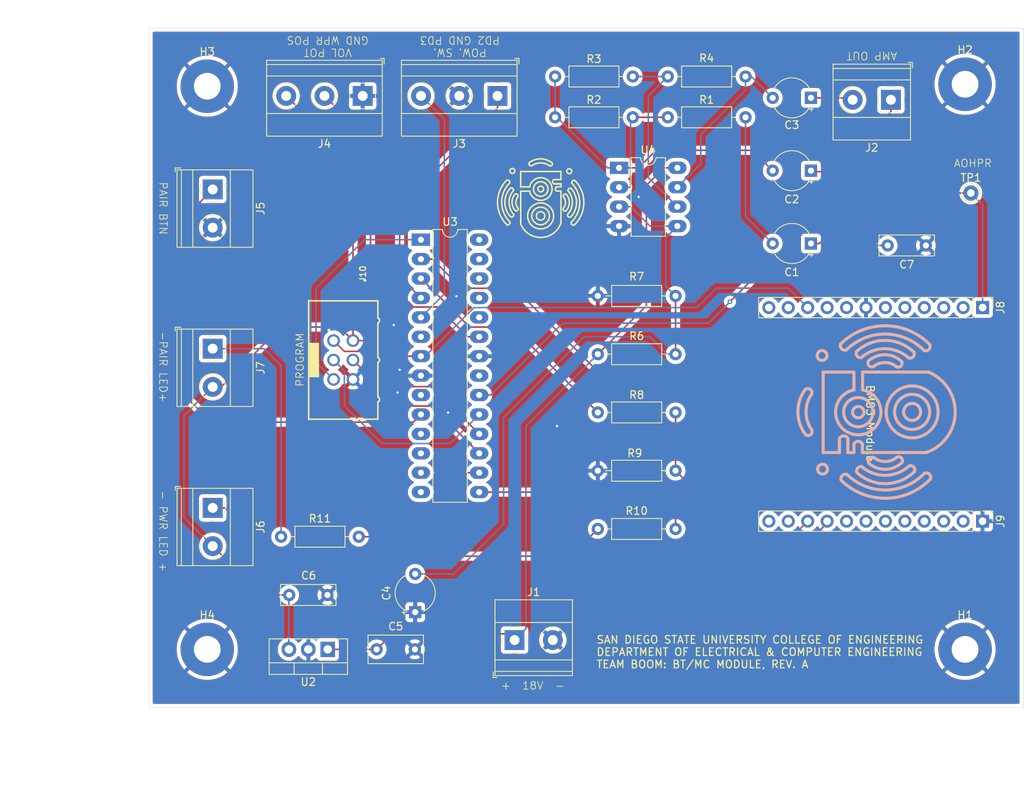
<source format=kicad_pcb>
(kicad_pcb (version 20240108) (generator "pcbnew") (generator_version "8.0")
  (layers (0 "F.Cu" signal) (31 "B.Cu" signal) (34 "B.Paste" user) (35 "F.Paste" user) (36 "B.SilkS" user "B.Silkscreen") (37 "F.SilkS" user "F.Silkscreen") (38 "B.Mask" user) (39 "F.Mask" user) (44 "Edge.Cuts" user))
  (net 0 "")
  (net 1 "Net-(C1-Pad2)")
  (net 2 "AOHPR")
  (net 3 "Net-(J2-Pin_1)")
  (net 4 "Net-(C2-Pad2)")
  (net 5 "Net-(C3-Pad2)")
  (net 6 "Net-(J2-Pin_2)")
  (net 7 "GND")
  (net 8 "8V")
  (net 9 "18V")
  (net 10 "5V")
  (net 11 "Net-(U3-AVCC)")
  (net 12 "Net-(J3-Pin_1)")
  (net 13 "Net-(J3-Pin_3)")
  (net 14 "Net-(J4-Pin_2)")
  (net 15 "Net-(J5-Pin_1)")
  (net 16 "Net-(J6-Pin_1)")
  (net 17 "Net-(J7-Pin_1)")
  (net 18 "/AIR")
  (net 21 "AOHPM")
  (net 22 "/P3_2")
  (net 24 "/SYS_PWR")
  (net 26 "/AIL")
  (net 28 "/RST_IN")
  (net 29 "/P3_4{slash}UART_RTS")
  (net 30 "BM83 Rx")
  (net 32 "BM83 Tx")
  (net 34 "/P2_7")
  (net 37 "/P0_5")
  (net 38 "Net-(U4A--)")
  (net 39 "Net-(U4B--)")
  (net 40 "Net-(U3-PB1)")
  (net 41 "Net-(U3-PB2)")
  (net 44 "Atmega TX")
  (net 46 "{slash}RESET")
  (net 48 "MISO")
  (net 49 "SCK")
  (net 56 "MOSI")
  (footprint "Capacitor_THT:C_Rect_L7.0mm_W2.5mm_P5.00mm" (layer "F.Cu") (at 152.36 91.948 180)
    (property "Reference" "C7" (at 2.5 -2.5 0) (layer "F.SilkS"))
    (property "Value" "0.1uF")
    (pad "1" thru_hole circle (at 0 0 180) (size 1.6 1.6) (drill 0.8) (layers "*.Cu" "*.Mask") (net 7 "GND"))
    (pad "2" thru_hole circle (at 5 0 180) (size 1.6 1.6) (drill 0.8) (layers "*.Cu" "*.Mask") (net 11 "Net-(U3-AVCC)"))
  )
  (footprint "MountingHole:MountingHole_3.5mm_Pad" (layer "F.Cu") (at 157.48 70.866)
    (property "Reference" "H2" (at 0 -4.5 0) (layer "F.SilkS"))
    (property "Value" "MountingHole_Pad")
    (pad "1" thru_hole circle (at 0 0) (size 7 7) (drill 3.5) (layers "*.Cu" "*.Mask") (net 7 "GND"))
  )
  (footprint "TerminalBlock_Phoenix:TerminalBlock_Phoenix_MKDS-1,5-3_1x03_P5.00mm_Horizontal" (layer "F.Cu") (at 96.36 72.39 180)
    (property "Reference" "J3" (at 5 -6.26 0) (layer "F.SilkS"))
    (property "Value" "PWR SW")
    (pad "1" thru_hole rect (at 0 0 180) (size 2.6 2.6) (drill 1.3) (layers "*.Cu" "*.Mask") (net 12 "Net-(J3-Pin_1)"))
    (pad "2" thru_hole circle (at 5 0 180) (size 2.6 2.6) (drill 1.3) (layers "*.Cu" "*.Mask") (net 7 "GND"))
    (pad "3" thru_hole circle (at 10 0 180) (size 2.6 2.6) (drill 1.3) (layers "*.Cu" "*.Mask") (net 13 "Net-(J3-Pin_3)"))
  )
  (footprint "TerminalBlock_Phoenix:TerminalBlock_Phoenix_MKDS-1,5-2_1x02_P5.00mm_Horizontal" (layer "F.Cu") (at 98.592 143.561)
    (property "Reference" "J1" (at 2.5 -6.26 0) (layer "F.SilkS"))
    (property "Value" "18V")
    (pad "1" thru_hole rect (at 0 0) (size 2.6 2.6) (drill 1.3) (layers "*.Cu" "*.Mask") (net 9 "18V"))
    (pad "2" thru_hole circle (at 5 0) (size 2.6 2.6) (drill 1.3) (layers "*.Cu" "*.Mask") (net 7 "GND"))
  )
  (footprint "Capacitor_THT:CP_Radial_Tantal_D5.0mm_P5.00mm" (layer "F.Cu") (at 137.334 72.644 180)
    (property "Reference" "C3" (at 2.5 -3.556 0) (layer "F.SilkS"))
    (property "Value" "10uF")
    (pad "1" thru_hole rect (at 0 0 180) (size 1.6 1.6) (drill 0.8) (layers "*.Cu" "*.Mask") (net 6 "Net-(J2-Pin_2)"))
    (pad "2" thru_hole circle (at 5 0 180) (size 1.6 1.6) (drill 0.8) (layers "*.Cu" "*.Mask") (net 5 "Net-(C3-Pad2)"))
  )
  (footprint "Resistor_THT:R_Axial_DIN0207_L6.3mm_D2.5mm_P10.16mm_Horizontal" (layer "F.Cu") (at 119.634 121.412 180)
    (property "Reference" "R9" (at 5.334 2.286 0) (layer "F.SilkS"))
    (property "Value" "1.96k")
    (pad "1" thru_hole circle (at 0 0 180) (size 1.6 1.6) (drill 0.8) (layers "*.Cu" "*.Mask") (net 30 "BM83 Rx"))
    (pad "2" thru_hole oval (at 10.16 0 180) (size 1.6 1.6) (drill 0.8) (layers "*.Cu" "*.Mask") (net 7 "GND"))
  )
  (footprint "Capacitor_THT:CP_Radial_Tantal_D5.0mm_P5.00mm" (layer "F.Cu") (at 137.334 91.694 180)
    (property "Reference" "C1" (at 2.5 -3.75 0) (layer "F.SilkS"))
    (property "Value" "10uF")
    (pad "1" thru_hole rect (at 0 0 180) (size 1.6 1.6) (drill 0.8) (layers "*.Cu" "*.Mask") (net 2 "AOHPR"))
    (pad "2" thru_hole circle (at 5 0 180) (size 1.6 1.6) (drill 0.8) (layers "*.Cu" "*.Mask") (net 1 "Net-(C1-Pad2)"))
  )
  (footprint "Resistor_THT:R_Axial_DIN0207_L6.3mm_D2.5mm_P10.16mm_Horizontal" (layer "F.Cu") (at 114.046 75.184 180)
    (property "Reference" "R2" (at 5.08 2.286 0) (layer "F.SilkS"))
    (property "Value" "4.7k")
    (pad "1" thru_hole circle (at 0 0 180) (size 1.6 1.6) (drill 0.8) (layers "*.Cu" "*.Mask") (net 38 "Net-(U4A--)"))
    (pad "2" thru_hole oval (at 10.16 0 180) (size 1.6 1.6) (drill 0.8) (layers "*.Cu" "*.Mask") (net 4 "Net-(C2-Pad2)"))
  )
  (footprint "Connector_PinHeader_2.54mm:PinHeader_1x12_P2.54mm_Vertical" (layer "F.Cu") (at 159.771 100.076 -90)
    (property "Reference" "J8" (at 0 -2.33 90) (layer "F.SilkS"))
    (property "Value" "Conn_01x12")
    (pad "1" thru_hole rect (at 0 0 270) (size 1.7 1.7) (drill 1) (layers "*.Cu" "*.Mask") (net 2 "AOHPR"))
    (pad "2" thru_hole oval (at 0 2.54 270) (size 1.7 1.7) (drill 1) (layers "*.Cu" "*.Mask") (net 21 "AOHPM"))
    (pad "3" thru_hole oval (at 0 5.08 270) (size 1.7 1.7) (drill 1) (layers "*.Cu" "*.Mask"))
    (pad "4" thru_hole oval (at 0 7.62 270) (size 1.7 1.7) (drill 1) (layers "*.Cu" "*.Mask"))
    (pad "5" thru_hole oval (at 0 10.16 270) (size 1.7 1.7) (drill 1) (layers "*.Cu" "*.Mask") (net 18 "/AIR"))
    (pad "6" thru_hole oval (at 0 12.7 270) (size 1.7 1.7) (drill 1) (layers "*.Cu" "*.Mask") (net 26 "/AIL"))
    (pad "7" thru_hole oval (at 0 15.24 270) (size 1.7 1.7) (drill 1) (layers "*.Cu" "*.Mask") (net 7 "GND"))
    (pad "8" thru_hole oval (at 0 17.78 270) (size 1.7 1.7) (drill 1) (layers "*.Cu" "*.Mask") (net 22 "/P3_2"))
    (pad "9" thru_hole oval (at 0 20.32 270) (size 1.7 1.7) (drill 1) (layers "*.Cu" "*.Mask"))
    (pad "10" thru_hole oval (at 0 22.86 270) (size 1.7 1.7) (drill 1) (layers "*.Cu" "*.Mask") (net 10 "5V"))
    (pad "11" thru_hole oval (at 0 25.4 270) (size 1.7 1.7) (drill 1) (layers "*.Cu" "*.Mask") (net 24 "/SYS_PWR"))
    (pad "12" thru_hole oval (at 0 27.94 270) (size 1.7 1.7) (drill 1) (layers "*.Cu" "*.Mask"))
  )
  (footprint "TerminalBlock_Phoenix:TerminalBlock_Phoenix_MKDS-1,5-2_1x02_P5.00mm_Horizontal" (layer "F.Cu") (at 59.131 105.45 -90)
    (property "Reference" "J7" (at 2.5 -6.26 90) (layer "F.SilkS"))
    (property "Value" "Pair LED")
    (pad "1" thru_hole rect (at 0 0 270) (size 2.6 2.6) (drill 1.3) (layers "*.Cu" "*.Mask") (net 17 "Net-(J7-Pin_1)"))
    (pad "2" thru_hole circle (at 5 0 270) (size 2.6 2.6) (drill 1.3) (layers "*.Cu" "*.Mask") (net 10 "5V"))
  )
  (footprint "TerminalBlock_Phoenix:TerminalBlock_Phoenix_MKDS-1,5-2_1x02_P5.00mm_Horizontal" (layer "F.Cu") (at 147.788 72.898 180)
    (property "Reference" "J2" (at 2.5 -6.26 0) (layer "F.SilkS"))
    (property "Value" "Out to Amp")
    (pad "1" thru_hole rect (at 0 0 180) (size 2.6 2.6) (drill 1.3) (layers "*.Cu" "*.Mask") (net 3 "Net-(J2-Pin_1)"))
    (pad "2" thru_hole circle (at 5 0 180) (size 2.6 2.6) (drill 1.3) (layers "*.Cu" "*.Mask") (net 6 "Net-(J2-Pin_2)"))
  )
  (footprint "Capacitor_THT:CP_Radial_Tantal_D5.0mm_P5.00mm" (layer "F.Cu") (at 137.334 82.169 180)
    (property "Reference" "C2" (at 2.5 -3.75 0) (layer "F.SilkS"))
    (property "Value" "10uF")
    (pad "1" thru_hole rect (at 0 0 180) (size 1.6 1.6) (drill 0.8) (layers "*.Cu" "*.Mask") (net 3 "Net-(J2-Pin_1)"))
    (pad "2" thru_hole circle (at 5 0 180) (size 1.6 1.6) (drill 0.8) (layers "*.Cu" "*.Mask") (net 4 "Net-(C2-Pad2)"))
  )
  (footprint "MountingHole:MountingHole_3.5mm_Pad" (layer "F.Cu") (at 157.48 144.78)
    (property "Reference" "H1" (at 0 -4.5 0) (layer "F.SilkS"))
    (property "Value" "MountingHole_Pad")
    (pad "1" thru_hole circle (at 0 0) (size 7 7) (drill 3.5) (layers "*.Cu" "*.Mask") (net 7 "GND"))
  )
  (footprint "MountingHole:MountingHole_3.5mm_Pad" (layer "F.Cu") (at 58.42 144.78)
    (property "Reference" "H4" (at 0 -4.5 0) (layer "F.SilkS"))
    (property "Value" "MountingHole_Pad")
    (pad "1" thru_hole circle (at 0 0) (size 7 7) (drill 3.5) (layers "*.Cu" "*.Mask") (net 7 "GND"))
  )
  (footprint "TerminalBlock_Phoenix:TerminalBlock_Phoenix_MKDS-1,5-2_1x02_P5.00mm_Horizontal" (layer "F.Cu") (at 59.131 84.622 -90)
    (property "Reference" "J5" (at 2.5 -6.26 90) (layer "F.SilkS"))
    (property "Value" "Pairing BTN")
    (pad "1" thru_hole rect (at 0 0 270) (size 2.6 2.6) (drill 1.3) (layers "*.Cu" "*.Mask") (net 15 "Net-(J5-Pin_1)"))
    (pad "2" thru_hole circle (at 5 0 270) (size 2.6 2.6) (drill 1.3) (layers "*.Cu" "*.Mask") (net 7 "GND"))
  )
  (footprint "Package_DIP:DIP-8_W7.62mm_LongPads" (layer "F.Cu") (at 112.253 81.798)
    (property "Reference" "U4" (at 3.81 -2.33 0) (layer "F.SilkS"))
    (property "Value" "LF353N")
    (pad "1" thru_hole rect (at 0 0) (size 2.4 1.6) (drill 0.8) (layers "*.Cu" "*.Mask") (net 4 "Net-(C2-Pad2)"))
    (pad "2" thru_hole oval (at 0 2.54) (size 2.4 1.6) (drill 0.8) (layers "*.Cu" "*.Mask") (net 38 "Net-(U4A--)"))
    (pad "3" thru_hole oval (at 0 5.08) (size 2.4 1.6) (drill 0.8) (layers "*.Cu" "*.Mask") (net 8 "8V"))
    (pad "4" thru_hole oval (at 0 7.62) (size 2.4 1.6) (drill 0.8) (layers "*.Cu" "*.Mask") (net 7 "GND"))
    (pad "5" thru_hole oval (at 7.62 7.62) (size 2.4 1.6) (drill 0.8) (layers "*.Cu" "*.Mask") (net 8 "8V"))
    (pad "6" thru_hole oval (at 7.62 5.08) (size 2.4 1.6) (drill 0.8) (layers "*.Cu" "*.Mask") (net 39 "Net-(U4B--)"))
    (pad "7" thru_hole oval (at 7.62 2.54) (size 2.4 1.6) (drill 0.8) (layers "*.Cu" "*.Mask") (net 5 "Net-(C3-Pad2)"))
    (pad "8" thru_hole oval (at 7.62 0) (size 2.4 1.6) (drill 0.8) (layers "*.Cu" "*.Mask") (net 9 "18V"))
  )
  (footprint "Z_Custom_Footprints:ICE_Header" (layer "F.Cu") (at 76.2 106.934 -90)
    (property "Reference" "J10" (at -11.27 -2.561 90) (layer "F.SilkS") (effects (font (size 0.8 0.8))))
    (property "Value" "ICE Header")
    (property "VALUE" "61200621621" (hide yes))
    (pad "1" thru_hole circle (at -2.54 1.27 270) (size 1.65 1.65) (drill 1.1) (layers "*.Cu" "*.Mask") (net 48 "MISO"))
    (pad "2" thru_hole circle (at -2.54 -1.27 270) (size 1.65 1.65) (drill 1.1) (layers "*.Cu" "*.Mask") (net 10 "5V"))
    (pad "3" thru_hole circle (at 0 1.27 270) (size 1.65 1.65) (drill 1.1) (layers "*.Cu" "*.Mask") (net 49 "SCK"))
    (pad "4" thru_hole circle (at 0 -1.27 270) (size 1.65 1.65) (drill 1.1) (layers "*.Cu" "*.Mask") (net 56 "MOSI"))
    (pad "5" thru_hole circle (at 2.54 1.27 270) (size 1.65 1.65) (drill 1.1) (layers "*.Cu" "*.Mask") (net 46 "{slash}RESET"))
    (pad "6" thru_hole circle (at 2.54 -1.27 270) (size 1.65 1.65) (drill 1.1) (layers "*.Cu" "*.Mask") (net 7 "GND"))
  )
  (footprint "Capacitor_THT:CP_Radial_Tantal_D5.0mm_P5.00mm" (layer "F.Cu") (at 85.598 139.914 90)
    (property "Reference" "C4" (at 2.5 -3.75 90) (layer "F.SilkS"))
    (property "Value" "10uF")
    (pad "1" thru_hole rect (at 0 0 90) (size 1.6 1.6) (drill 0.8) (layers "*.Cu" "*.Mask") (net 7 "GND"))
    (pad "2" thru_hole circle (at 5 0 90) (size 1.6 1.6) (drill 0.8) (layers "*.Cu" "*.Mask") (net 8 "8V"))
  )
  (footprint "Resistor_THT:R_Axial_DIN0207_L6.3mm_D2.5mm_P10.16mm_Horizontal" (layer "F.Cu") (at 109.474 129.032)
    (property "Reference" "R10" (at 5.08 -2.37 0) (layer "F.SilkS"))
    (property "Value" "100")
    (pad "1" thru_hole circle (at 0 0) (size 1.6 1.6) (drill 0.8) (layers "*.Cu" "*.Mask") (net 16 "Net-(J6-Pin_1)"))
    (pad "2" thru_hole oval (at 10.16 0) (size 1.6 1.6) (drill 0.8) (layers "*.Cu" "*.Mask") (net 40 "Net-(U3-PB1)"))
  )
  (footprint "Resistor_THT:R_Axial_DIN0207_L6.3mm_D2.5mm_P10.16mm_Horizontal" (layer "F.Cu") (at 128.778 75.184 180)
    (property "Reference" "R1" (at 5.08 2.286 0) (layer "F.SilkS"))
    (property "Value" "1k")
    (pad "1" thru_hole circle (at 0 0 180) (size 1.6 1.6) (drill 0.8) (layers "*.Cu" "*.Mask") (net 1 "Net-(C1-Pad2)"))
    (pad "2" thru_hole oval (at 10.16 0 180) (size 1.6 1.6) (drill 0.8) (layers "*.Cu" "*.Mask") (net 38 "Net-(U4A--)"))
  )
  (footprint "Resistor_THT:R_Axial_DIN0207_L6.3mm_D2.5mm_P10.16mm_Horizontal" (layer "F.Cu") (at 119.634 98.552 180)
    (property "Reference" "R7" (at 5.08 2.54 0) (layer "F.SilkS"))
    (property "Value" "12k")
    (pad "1" thru_hole circle (at 0 0 180) (size 1.6 1.6) (drill 0.8) (layers "*.Cu" "*.Mask") (net 8 "8V"))
    (pad "2" thru_hole oval (at 10.16 0 180) (size 1.6 1.6) (drill 0.8) (layers "*.Cu" "*.Mask") (net 7 "GND"))
  )
  (footprint "Package_DIP:DIP-28_W7.62mm_LongPads" (layer "F.Cu") (at 86.345 91.196)
    (property "Reference" "U3" (at 3.81 -2.33 0) (layer "F.SilkS"))
    (property "Value" "ATmega328P-P")
    (pad "1" thru_hole rect (at 0 0) (size 2.4 1.6) (drill 0.8) (layers "*.Cu" "*.Mask") (net 46 "{slash}RESET"))
    (pad "2" thru_hole oval (at 0 2.54) (size 2.4 1.6) (drill 0.8) (layers "*.Cu" "*.Mask") (net 32 "BM83 Tx"))
    (pad "3" thru_hole oval (at 0 5.08) (size 2.4 1.6) (drill 0.8) (layers "*.Cu" "*.Mask") (net 44 "Atmega TX"))
    (pad "4" thru_hole oval (at 0 7.62) (size 2.4 1.6) (drill 0.8) (layers "*.Cu" "*.Mask") (net 12 "Net-(J3-Pin_1)"))
    (pad "5" thru_hole oval (at 0 10.16) (size 2.4 1.6) (drill 0.8) (layers "*.Cu" "*.Mask") (net 13 "Net-(J3-Pin_3)"))
    (pad "6" thru_hole oval (at 0 12.7) (size 2.4 1.6) (drill 0.8) (layers "*.Cu" "*.Mask"))
    (pad "7" thru_hole oval (at 0 15.24) (size 2.4 1.6) (drill 0.8) (layers "*.Cu" "*.Mask") (net 10 "5V"))
    (pad "8" thru_hole oval (at 0 17.78) (size 2.4 1.6) (drill 0.8) (layers "*.Cu" "*.Mask") (net 7 "GND"))
    (pad "9" thru_hole oval (at 0 20.32) (size 2.4 1.6) (drill 0.8) (layers "*.Cu" "*.Mask"))
    (pad "10" thru_hole oval (at 0 22.86) (size 2.4 1.6) (drill 0.8) (layers "*.Cu" "*.Mask") (net 15 "Net-(J5-Pin_1)"))
    (pad "11" thru_hole oval (at 0 25.4) (size 2.4 1.6) (drill 0.8) (layers "*.Cu" "*.Mask"))
    (pad "12" thru_hole oval (at 0 27.94) (size 2.4 1.6) (drill 0.8) (layers "*.Cu" "*.Mask"))
    (pad "13" thru_hole oval (at 0 30.48) (size 2.4 1.6) (drill 0.8) (layers "*.Cu" "*.Mask"))
    (pad "14" thru_hole oval (at 0 33.02) (size 2.4 1.6) (drill 0.8) (layers "*.Cu" "*.Mask"))
    (pad "15" thru_hole oval (at 7.62 33.02) (size 2.4 1.6) (drill 0.8) (layers "*.Cu" "*.Mask") (net 40 "Net-(U3-PB1)"))
    (pad "16" thru_hole oval (at 7.62 30.48) (size 2.4 1.6) (drill 0.8) (layers "*.Cu" "*.Mask") (net 41 "Net-(U3-PB2)"))
    (pad "17" thru_hole oval (at 7.62 27.94) (size 2.4 1.6) (drill 0.8) (layers "*.Cu" "*.Mask") (net 56 "MOSI"))
    (pad "18" thru_hole oval (at 7.62 25.4) (size 2.4 1.6) (drill 0.8) (layers "*.Cu" "*.Mask") (net 48 "MISO"))
    (pad "19" thru_hole oval (at 7.62 22.86) (size 2.4 1.6) (drill 0.8) (layers "*.Cu" "*.Mask") (net 49 "SCK"))
    (pad "20" thru_hole oval (at 7.62 20.32) (size 2.4 1.6) (drill 0.8) (layers "*.Cu" "*.Mask") (net 11 "Net-(U3-AVCC)"))
    (pad "21" thru_hole oval (at 7.62 17.78) (size 2.4 1.6) (drill 0.8) (layers "*.Cu" "*.Mask"))
    (pad "22" thru_hole oval (at 7.62 15.24) (size 2.4 1.6) (drill 0.8) (layers "*.Cu" "*.Mask") (net 7 "GND"))
    (pad "23" thru_hole oval (at 7.62 12.7) (size 2.4 1.6) (drill 0.8) (layers "*.Cu" "*.Mask") (net 14 "Net-(J4-Pin_2)"))
    (pad "24" thru_hole oval (at 7.62 10.16) (size 2.4 1.6) (drill 0.8) (layers "*.Cu" "*.Mask"))
    (pad "25" thru_hole oval (at 7.62 7.62) (size 2.4 1.6) (drill 0.8) (layers "*.Cu" "*.Mask"))
    (pad "26" thru_hole oval (at 7.62 5.08) (size 2.4 1.6) (drill 0.8) (layers "*.Cu" "*.Mask"))
    (pad "27" thru_hole oval (at 7.62 2.54) (size 2.4 1.6) (drill 0.8) (layers "*.Cu" "*.Mask"))
    (pad "28" thru_hole oval (at 7.62 0) (size 2.4 1.6) (drill 0.8) (layers "*.Cu" "*.Mask"))
  )
  (footprint "Resistor_THT:R_Axial_DIN0207_L6.3mm_D2.5mm_P10.16mm_Horizontal" (layer "F.Cu") (at 118.618 69.85)
    (property "Reference" "R4" (at 5.08 -2.391 0) (layer "F.SilkS"))
    (property "Value" "10k")
    (pad "1" thru_hole circle (at 0 0) (size 1.6 1.6) (drill 0.8) (layers "*.Cu" "*.Mask") (net 39 "Net-(U4B--)"))
    (pad "2" thru_hole oval (at 10.16 0) (size 1.6 1.6) (drill 0.8) (layers "*.Cu" "*.Mask") (net 5 "Net-(C3-Pad2)"))
  )
  (footprint "Capacitor_THT:C_Rect_L7.0mm_W3.5mm_P5.00mm" (layer "F.Cu") (at 80.558 144.78)
    (property "Reference" "C5" (at 2.5 -3 0) (layer "F.SilkS"))
    (property "Value" "0.22uF")
    (pad "1" thru_hole circle (at 0 0) (size 1.6 1.6) (drill 0.8) (layers "*.Cu" "*.Mask") (net 9 "18V"))
    (pad "2" thru_hole circle (at 5 0) (size 1.6 1.6) (drill 0.8) (layers "*.Cu" "*.Mask") (net 7 "GND"))
  )
  (footprint "Resistor_THT:R_Axial_DIN0207_L6.3mm_D2.5mm_P10.16mm_Horizontal" (layer "F.Cu") (at 109.474 113.792)
    (property "Reference" "R8" (at 5.08 -2.286 0) (layer "F.SilkS"))
    (property "Value" "1k")
    (pad "1" thru_hole circle (at 0 0) (size 1.6 1.6) (drill 0.8) (layers "*.Cu" "*.Mask") (net 44 "Atmega TX"))
    (pad "2" thru_hole oval (at 10.16 0) (size 1.6 1.6) (drill 0.8) (layers "*.Cu" "*.Mask") (net 30 "BM83 Rx"))
  )
  (footprint "MountingHole:MountingHole_3.5mm_Pad" (layer "F.Cu") (at 58.42 71.12)
    (property "Reference" "H3" (at 0 -4.5 0) (layer "F.SilkS"))
    (property "Value" "MountingHole_Pad")
    (pad "1" thru_hole circle (at 0 0) (size 7 7) (drill 3.5) (layers "*.Cu" "*.Mask") (net 7 "GND"))
  )
  (footprint "Connector_PinHeader_2.54mm:PinHeader_1x12_P2.54mm_Vertical" (layer "F.Cu") (at 159.771 128.016 -90)
    (property "Reference" "J9" (at 0 -2.33 90) (layer "F.SilkS"))
    (property "Value" "Conn_01x12")
    (pad "1" thru_hole rect (at 0 0 270) (size 1.7 1.7) (drill 1) (layers "*.Cu" "*.Mask") (net 7 "GND"))
    (pad "2" thru_hole oval (at 0 2.54 270) (size 1.7 1.7) (drill 1) (layers "*.Cu" "*.Mask") (net 28 "/RST_IN"))
    (pad "3" thru_hole oval (at 0 5.08 270) (size 1.7 1.7) (drill 1) (layers "*.Cu" "*.Mask") (net 34 "/P2_7"))
    (pad "4" thru_hole oval (at 0 7.62 270) (size 1.7 1.7) (drill 1) (layers "*.Cu" "*.Mask") (net 37 "/P0_5"))
    (pad "5" thru_hole oval (at 0 10.16 270) (size 1.7 1.7) (drill 1) (layers "*.Cu" "*.Mask"))
    (pad "6" thru_hole oval (at 0 12.7 270) (size 1.7 1.7) (drill 1) (layers "*.Cu" "*.Mask"))
    (pad "7" thru_hole oval (at 0 15.24 270) (size 1.7 1.7) (drill 1) (layers "*.Cu" "*.Mask") (net 29 "/P3_4{slash}UART_RTS"))
    (pad "8" thru_hole oval (at 0 17.78 270) (size 1.7 1.7) (drill 1) (layers "*.Cu" "*.Mask"))
    (pad "9" thru_hole oval (at 0 20.32 270) (size 1.7 1.7) (drill 1) (layers "*.Cu" "*.Mask") (net 32 "BM83 Tx"))
    (pad "10" thru_hole oval (at 0 22.86 270) (size 1.7 1.7) (drill 1) (layers "*.Cu" "*.Mask") (net 30 "BM83 Rx"))
    (pad "11" thru_hole oval (at 0 25.4 270) (size 1.7 1.7) (drill 1) (layers "*.Cu" "*.Mask"))
    (pad "12" thru_hole oval (at 0 27.94 270) (size 1.7 1.7) (drill 1) (layers "*.Cu" "*.Mask"))
  )
  (footprint "TerminalBlock_Phoenix:TerminalBlock_Phoenix_MKDS-1,5-2_1x02_P5.00mm_Horizontal" (layer "F.Cu") (at 59.131 126.278 -90)
    (property "Reference" "J6" (at 2.5 -6.26 90) (layer "F.SilkS"))
    (property "Value" "PWR LED")
    (pad "1" thru_hole rect (at 0 0 270) (size 2.6 2.6) (drill 1.3) (layers "*.Cu" "*.Mask") (net 16 "Net-(J6-Pin_1)"))
    (pad "2" thru_hole circle (at 5 0 270) (size 2.6 2.6) (drill 1.3) (layers "*.Cu" "*.Mask") (net 10 "5V"))
  )
  (footprint "Resistor_THT:R_Axial_DIN0207_L6.3mm_D2.5mm_P10.16mm_Horizontal" (layer "F.Cu") (at 68.072 130.048)
    (property "Reference" "R11" (at 5.08 -2.37 0) (layer "F.SilkS"))
    (property "Value" "100")
    (pad "1" thru_hole circle (at 0 0) (size 1.6 1.6) (drill 0.8) (layers "*.Cu" "*.Mask") (net 17 "Net-(J7-Pin_1)"))
    (pad "2" thru_hole oval (at 10.16 0) (size 1.6 1.6) (drill 0.8) (layers "*.Cu" "*.Mask") (net 41 "Net-(U3-PB2)"))
  )
  (footprint "TerminalBlock_Phoenix:TerminalBlock_Phoenix_MKDS-1,5-3_1x03_P5.00mm_Horizontal" (layer "F.Cu") (at 78.74 72.39 180)
    (property "Reference" "J4" (at 5 -6.26 0) (layer "F.SilkS"))
    (property "Value" "Volume POT")
    (pad "1" thru_hole rect (at 0 0 180) (size 2.6 2.6) (drill 1.3) (layers "*.Cu" "*.Mask") (net 7 "GND"))
    (pad "2" thru_hole circle (at 5 0 180) (size 2.6 2.6) (drill 1.3) (layers "*.Cu" "*.Mask") (net 14 "Net-(J4-Pin_2)"))
    (pad "3" thru_hole circle (at 10 0 180) (size 2.6 2.6) (drill 1.3) (layers "*.Cu" "*.Mask") (net 10 "5V"))
  )
  (footprint "TestPoint:TestPoint_THTPad_D2.0mm_Drill1.0mm" (layer "F.Cu") (at 158.242 85.09)
    (property "Reference" "TP1" (at 0 -1.998 0) (layer "F.SilkS"))
    (property "Value" "AOHPR")
    (pad "1" thru_hole circle (at 0 0) (size 2 2) (drill 1) (layers "*.Cu" "*.Mask") (net 2 "AOHPR"))
  )
  (footprint "Package_TO_SOT_THT:TO-220-3_Vertical" (layer "F.Cu") (at 74.168 144.78 180)
    (property "Reference" "U2" (at 2.54 -4.27 0) (layer "F.SilkS"))
    (property "Value" "LM7805_TO220")
    (pad "1" thru_hole rect (at 0 0 180) (size 1.905 2) (drill 1.1) (layers "*.Cu" "*.Mask") (net 9 "18V"))
    (pad "2" thru_hole oval (at 2.54 0 180) (size 1.905 2) (drill 1.1) (layers "*.Cu" "*.Mask") (net 7 "GND"))
    (pad "3" thru_hole oval (at 5.08 0 180) (size 1.905 2) (drill 1.1) (layers "*.Cu" "*.Mask") (net 10 "5V"))
  )
  (footprint "Capacitor_THT:C_Rect_L7.0mm_W2.5mm_P5.00mm" (layer "F.Cu") (at 69.128 137.668)
    (property "Reference" "C6" (at 2.54 -2.54 0) (layer "F.SilkS"))
    (property "Value" "0.1uF")
    (pad "1" thru_hole circle (at 0 0) (size 1.6 1.6) (drill 0.8) (layers "*.Cu" "*.Mask") (net 10 "5V"))
    (pad "2" thru_hole circle (at 5 0) (size 1.6 1.6) (drill 0.8) (layers "*.Cu" "*.Mask") (net 7 "GND"))
  )
  (footprint "Resistor_THT:R_Axial_DIN0207_L6.3mm_D2.5mm_P10.16mm_Horizontal" (layer "F.Cu") (at 114.046 69.85 180)
    (property "Reference" "R3" (at 5.08 2.286 0) (layer "F.SilkS"))
    (property "Value" "10k")
    (pad "1" thru_hole circle (at 0 0 180) (size 1.6 1.6) (drill 0.8) (layers "*.Cu" "*.Mask") (net 39 "Net-(U4B--)"))
    (pad "2" thru_hole oval (at 10.16 0 180) (size 1.6 1.6) (drill 0.8) (layers "*.Cu" "*.Mask") (net 4 "Net-(C2-Pad2)"))
  )
  (footprint "Resistor_THT:R_Axial_DIN0207_L6.3mm_D2.5mm_P10.16mm_Horizontal" (layer "F.Cu") (at 109.474 106.172)
    (property "Reference" "R6" (at 5.08 -2.37 0) (layer "F.SilkS"))
    (property "Value" "15k")
    (pad "1" thru_hole circle (at 0 0) (size 1.6 1.6) (drill 0.8) (layers "*.Cu" "*.Mask") (net 9 "18V"))
    (pad "2" thru_hole oval (at 10.16 0) (size 1.6 1.6) (drill 0.8) (layers "*.Cu" "*.Mask") (net 8 "8V"))
  )
  (gr_arc (start 150.794111 105.909759) (mid 150.686406 106.520636) (end 150.078452 106.643967) (stroke (width 0.4)) (layer "B.SilkS"))
  (gr_arc (start 152.8815 104.923872) (mid 152.741671 105.554341) (end 152.108481 105.681373) (stroke (width 0.4)) (layer "B.SilkS"))
  (gr_line (start 142.953716 110.843949) (end 142.953716 108.511315) (stroke (width 0.4)) (layer "B.SilkS"))
  (gr_line (start 152.69005 108.511315) (end 144.085627 108.511315) (stroke (width 0.4)) (layer "B.SilkS"))
  (gr_arc (start 152.178572 121.747072) (mid 147.143584 123.934409) (end 142.043643 121.903116) (stroke (width 0.4)) (layer "B.SilkS"))
  (gr_arc (start 141.972577 105.613765) (mid 147.0546 103.53805) (end 152.108481 105.681373) (stroke (width 0.4)) (layer "B.SilkS"))
  (gr_arc (start 137.355993 115.951912) (mid 137.345224 116.641012) (end 136.660091 116.715868) (stroke (width 0.4)) (layer "B.SilkS"))
  (gr_arc (start 145.529709 107.776815) (mid 147.013967 107.263895) (end 148.492593 107.792828) (stroke (width 0.4)) (layer "B.SilkS"))
  (gr_line (start 138.930369 108.511315) (end 138.930369 119.032421) (stroke (width 0.4)) (layer "B.SilkS"))
  (gr_arc (start 144.085627 110.843982) (mid 143.519499 116.714322) (end 142.953716 110.843949) (stroke (width 0.4)) (layer "B.SilkS"))
  (gr_line (start 141.053043 119.032421) (end 141.053043 117.204302) (stroke (width 0.4)) (layer "B.SilkS"))
  (gr_arc (start 152.178572 121.747072) (mid 152.812841 121.868564) (end 152.958171 122.497799) (stroke (width 0.4)) (layer "B.SilkS"))
  (gr_arc (start 136.563438 110.816967) (mid 137.312702 110.821995) (end 137.307666 111.571253) (stroke (width 0.4)) (layer "B.SilkS"))
  (gr_line (start 142.16364 119.032421) (end 142.947014 119.032421) (stroke (width 0.4)) (layer "B.SilkS"))
  (gr_circle (center 150.561811 113.721123) (end 150.561811 117.116624) (stroke (width 0.4)) (fill none) (layer "B.SilkS"))
  (gr_circle (center 150.561811 113.721123) (end 150.561811 116.018418) (stroke (width 0.4)) (fill none) (layer "B.SilkS"))
  (gr_circle (center 143.519541 113.751846) (end 143.519541 114.496537) (stroke (width 0.4)) (fill none) (layer "B.SilkS"))
  (gr_arc (start 148.544399 119.667247) (mid 147.070443 120.209061) (end 145.581767 119.709111) (stroke (width 0.4)) (layer "B.SilkS"))
  (gr_line (start 141.053043 117.204302) (end 141.053043 119.032421) (stroke (width 0.4)) (layer "B.SilkS"))
  (gr_arc (start 149.251822 120.317729) (mid 147.107223 121.224939) (end 144.91473 120.440528) (stroke (width 0.4)) (layer "B.SilkS"))
  (gr_line (start 142.16364 117.204302) (end 142.16364 119.032421) (stroke (width 0.4)) (layer "B.SilkS"))
  (gr_arc (start 141.972577 105.613765) (mid 141.346253 105.473208) (end 141.209731 104.846019) (stroke (width 0.4)) (layer "B.SilkS"))
  (gr_circle (center 138.851728 121.205208) (end 138.851728 121.850378) (stroke (width 0.4)) (fill none) (layer "B.SilkS"))
  (gr_arc (start 152.69005 108.511315) (mid 156.18773 113.86427) (end 152.422348 119.032421) (stroke (width 0.4)) (layer "B.SilkS"))
  (gr_line (start 144.057611 117.922791) (end 144.057611 119.032421) (stroke (width 0.4)) (layer "B.SilkS"))
  (gr_arc (start 150.862259 121.530163) (mid 147.132797 123.103503) (end 143.348963 121.66583) (stroke (width 0.4)) (layer "B.SilkS"))
  (gr_arc (start 141.287526 122.677488) (mid 141.418605 122.049146) (end 142.043643 121.903116) (stroke (width 0.4)) (layer "B.SilkS"))
  (gr_arc (start 144.91473 120.440528) (mid 144.970602 119.821602) (end 145.581767 119.709111) (stroke (width 0.4)) (layer "B.SilkS"))
  (gr_line (start 138.930369 119.032421) (end 141.053043 119.032421) (stroke (width 0.4)) (layer "B.SilkS"))
  (gr_line (start 142.16364 117.204303) (end 142.16364 119.032421) (stroke (width 0.4)) (layer "B.SilkS"))
  (gr_arc (start 150.140221 120.802227) (mid 147.066255 122.015473) (end 143.966205 120.870526) (stroke (width 0.4)) (layer "B.SilkS"))
  (gr_arc (start 144.856316 107.051246) (mid 147.041882 106.247738) (end 149.194314 107.136198) (stroke (width 0.4)) (layer "B.SilkS"))
  (gr_arc (start 136.660091 116.715868) (mid 135.62654 113.782562) (end 136.563438 110.816967) (stroke (width 0.4)) (layer "B.SilkS"))
  (gr_circle (center 150.561811 113.721123) (end 150.561811 114.828858) (stroke (width 0.4)) (fill none) (layer "B.SilkS"))
  (gr_arc (start 152.958171 122.497799) (mid 147.160246 125.016578) (end 141.287526 122.677488) (stroke (width 0.4)) (layer "B.SilkS"))
  (gr_arc (start 141.053043 117.204302) (mid 141.608344 116.857103) (end 142.16364 117.204303) (stroke (width 0.4)) (layer "B.SilkS"))
  (gr_arc (start 143.348963 121.66583) (mid 143.428707 121.090546) (end 143.966205 120.870526) (stroke (width 0.4)) (layer "B.SilkS"))
  (gr_line (start 142.947014 119.032421) (end 142.947014 117.922682) (stroke (width 0.4)) (layer "B.SilkS"))
  (gr_arc (start 143.279918 105.839652) (mid 147.051063 104.369016) (end 150.794111 105.909759) (stroke (width 0.4)) (layer "B.SilkS"))
  (gr_arc (start 149.194314 107.136198) (mid 149.091362 107.729471) (end 148.492593 107.792828) (stroke (width 0.4)) (layer "B.SilkS"))
  (gr_arc (start 137.355993 115.951912) (mid 136.698354 113.768571) (end 137.307666 111.571253) (stroke (width 0.4)) (layer "B.SilkS"))
  (gr_line (start 144.057611 119.032421) (end 152.422348 119.032421) (stroke (width 0.4)) (layer "B.SilkS"))
  (gr_arc (start 143.904075 106.629541) (mid 146.994018 105.457595) (end 150.078452 106.643967) (stroke (width 0.4)) (layer "B.SilkS"))
  (gr_arc (start 148.544399 119.667247) (mid 149.143698 119.725407) (end 149.251822 120.317729) (stroke (width 0.4)) (layer "B.SilkS"))
  (gr_arc (start 143.904075 106.629541) (mid 143.364671 106.414238) (end 143.279918 105.839652) (stroke (width 0.4)) (layer "B.SilkS"))
  (gr_arc (start 141.209731 104.846019) (mid 147.061818 102.455777) (end 152.8815 104.923872) (stroke (width 0.4)) (layer "B.SilkS"))
  (gr_arc (start 150.140221 120.802227) (mid 150.749227 120.920219) (end 150.862259 121.530163) (stroke (width 0.4)) (layer "B.SilkS"))
  (gr_line (start 144.085627 108.511315) (end 144.085627 110.843982) (stroke (width 0.4)) (layer "B.SilkS"))
  (gr_arc (start 145.529709 107.776815) (mid 144.917586 107.669649) (end 144.856316 107.051246) (stroke (width 0.4)) (layer "B.SilkS"))
  (gr_circle (center 138.786873 106.339497) (end 138.786873 106.984666) (stroke (width 0.4)) (fill none) (layer "B.SilkS"))
  (gr_arc (start 142.947014 117.922682) (mid 143.502347 117.575572) (end 144.057611 117.922791) (stroke (width 0.4)) (layer "B.SilkS"))
  (gr_line (start 142.953716 108.511315) (end 138.930369 108.511315) (stroke (width 0.4)) (layer "B.SilkS"))
  (gr_circle (center 143.519541 113.751846) (end 143.519541 115.663696) (stroke (width 0.4)) (fill none) (layer "B.SilkS"))
  (gr_line (start 104.652879 82.273391) (end 104.652879 83.334728) (stroke (width 0.2)) (layer "F.SilkS"))
  (gr_circle (center 102.012592 84.567977) (end 102.968517 84.567977) (stroke (width 0.2)) (fill none) (layer "F.SilkS"))
  (gr_circle (center 101.99723 88.089112) (end 103.145878 88.089112) (stroke (width 0.2)) (fill none) (layer "F.SilkS"))
  (gr_arc (start 106.475413 83.45197) (mid 107.644958 86.38833) (end 106.385569 89.287292) (stroke (width 0.2)) (layer "F.SilkS"))
  (gr_line (start 99.392326 84.85102) (end 100.558669 84.85102) (stroke (width 0.2)) (layer "F.SilkS"))
  (gr_arc (start 98.458652 87.847433) (mid 98.397019 88.15141) (end 98.091548 88.205262) (stroke (width 0.2)) (layer "F.SilkS"))
  (gr_arc (start 104.991224 85.59909) (mid 105.241192 86.343427) (end 104.970292 87.080406) (stroke (width 0.2)) (layer "F.SilkS"))
  (gr_circle (center 98.306417 82.201643) (end 98.629002 82.201643) (stroke (width 0.2)) (fill none) (layer "F.SilkS"))
  (gr_arc (start 100.558643 84.285065) (mid 103.49383 84.567956) (end 100.558669 84.85102) (stroke (width 0.2)) (layer "F.SilkS"))
  (gr_arc (start 106.385569 89.287292) (mid 106.070892 89.214644) (end 106.010205 88.897493) (stroke (width 0.2)) (layer "F.SilkS"))
  (gr_line (start 99.392326 89.153231) (end 99.392326 84.85102) (stroke (width 0.2)) (layer "F.SilkS"))
  (gr_arc (start 100.545152 81.089926) (mid 102.027948 80.621477) (end 103.494603 81.138253) (stroke (width 0.2)) (layer "F.SilkS"))
  (gr_line (start 100.558643 84.285065) (end 99.392326 84.285065) (stroke (width 0.2)) (layer "F.SilkS"))
  (gr_arc (start 105.571932 84.791309) (mid 106.144402 86.341334) (end 105.537782 87.878317) (stroke (width 0.2)) (layer "F.SilkS"))
  (gr_arc (start 106.088227 83.830029) (mid 106.161241 83.517509) (end 106.475413 83.45197) (stroke (width 0.2)) (layer "F.SilkS"))
  (gr_line (start 104.652879 83.890027) (end 104.652879 84.281714) (stroke (width 0.2)) (layer "F.SilkS"))
  (gr_line (start 103.73882 83.334728) (end 104.652879 83.334728) (stroke (width 0.2)) (layer "F.SilkS"))
  (gr_arc (start 105.571932 84.791309) (mid 105.681942 84.52256) (end 105.969584 84.482689) (stroke (width 0.2)) (layer "F.SilkS"))
  (gr_line (start 103.73882 83.890027) (end 104.652879 83.890027) (stroke (width 0.2)) (layer "F.SilkS"))
  (gr_arc (start 100.922295 81.46204) (mid 102.020951 81.157395) (end 103.112625 81.486204) (stroke (width 0.2)) (layer "F.SilkS"))
  (gr_arc (start 98.458652 87.847433) (mid 97.865465 86.305216) (end 98.451439 84.760244) (stroke (width 0.2)) (layer "F.SilkS"))
  (gr_arc (start 98.091548 88.205262) (mid 97.321178 86.333738) (end 98.056495 84.448166) (stroke (width 0.2)) (layer "F.SilkS"))
  (gr_arc (start 105.969584 84.482689) (mid 106.688418 86.374604) (end 105.90175 88.239336) (stroke (width 0.2)) (layer "F.SilkS"))
  (gr_line (start 104.652879 84.837013) (end 104.652879 89.019382) (stroke (width 0.2)) (layer "F.SilkS"))
  (gr_arc (start 97.598605 89.248957) (mid 96.364557 86.339117) (end 97.559679 83.413073) (stroke (width 0.2)) (layer "F.SilkS"))
  (gr_arc (start 104.098064 84.837013) (mid 103.924458 84.559362) (end 104.098064 84.281714) (stroke (width 0.2)) (layer "F.SilkS"))
  (gr_arc (start 104.652879 89.019382) (mid 102.068803 90.902072) (end 99.392326 89.153231) (stroke (width 0.2)) (layer "F.SilkS"))
  (gr_arc (start 106.088227 83.830029) (mid 107.103874 86.379999) (end 106.010205 88.897493) (stroke (width 0.2)) (layer "F.SilkS"))
  (gr_arc (start 103.73882 83.890027) (mid 103.565268 83.61239) (end 103.73882 83.334728) (stroke (width 0.2)) (layer "F.SilkS"))
  (gr_line (start 104.652879 84.281714) (end 104.098064 84.281714) (stroke (width 0.2)) (layer "F.SilkS"))
  (gr_circle (center 102.012592 84.567977) (end 102.384937 84.567977) (stroke (width 0.2)) (fill none) (layer "F.SilkS"))
  (gr_arc (start 105.295533 87.434118) (mid 104.999442 87.380039) (end 104.970292 87.080406) (stroke (width 0.2)) (layer "F.SilkS"))
  (gr_arc (start 104.991224 85.59909) (mid 105.047455 85.293454) (end 105.356933 85.265572) (stroke (width 0.2)) (layer "F.SilkS"))
  (gr_circle (center 101.99723 88.089112) (end 103.694981 88.089112) (stroke (width 0.2)) (fill none) (layer "F.SilkS"))
  (gr_line (start 103.73882 83.890027) (end 104.652879 83.890027) (stroke (width 0.2)) (layer "F.SilkS"))
  (gr_arc (start 103.494603 81.138253) (mid 103.457184 81.480737) (end 103.112625 81.486204) (stroke (width 0.2)) (layer "F.SilkS"))
  (gr_line (start 104.098064 84.837013) (end 104.652879 84.837013) (stroke (width 0.2)) (layer "F.SilkS"))
  (gr_circle (center 105.739273 82.234071) (end 106.061858 82.234071) (stroke (width 0.2)) (fill none) (layer "F.SilkS"))
  (gr_arc (start 99.033083 87.054504) (mid 99.001387 87.353872) (end 98.704768 87.405364) (stroke (width 0.2)) (layer "F.SilkS"))
  (gr_arc (start 97.977355 88.862448) (mid 96.905694 86.335507) (end 97.943552 83.794495) (stroke (width 0.2)) (layer "F.SilkS"))
  (gr_arc (start 98.056495 84.448166) (mid 98.343752 84.490556) (end 98.451439 84.760244) (stroke (width 0.2)) (layer "F.SilkS"))
  (gr_arc (start 97.559679 83.413073) (mid 97.873308 83.481328) (end 97.943552 83.794495) (stroke (width 0.2)) (layer "F.SilkS"))
  (gr_arc (start 105.356933 85.265572) (mid 105.749138 86.36182) (end 105.295533 87.434118) (stroke (width 0.2)) (layer "F.SilkS"))
  (gr_arc (start 97.977355 88.862448) (mid 97.913844 89.179076) (end 97.598605 89.248957) (stroke (width 0.2)) (layer "F.SilkS"))
  (gr_line (start 99.392326 84.285065) (end 99.392326 82.273391) (stroke (width 0.2)) (layer "F.SilkS"))
  (gr_line (start 104.652879 83.334728) (end 103.73882 83.334728) (stroke (width 0.2)) (layer "F.SilkS"))
  (gr_arc (start 99.033083 87.054504) (mid 98.76862 86.315192) (end 99.025077 85.573062) (stroke (width 0.2)) (layer "F.SilkS"))
  (gr_arc (start 98.704768 87.405364) (mid 98.260539 86.329148) (end 98.662292 85.236365) (stroke (width 0.2)) (layer "F.SilkS"))
  (gr_arc (start 105.90175 88.239336) (mid 105.596747 88.182842) (end 105.537782 87.878317) (stroke (width 0.2)) (layer "F.SilkS"))
  (gr_line (start 99.392326 82.273391) (end 104.652879 82.273391) (stroke (width 0.2)) (layer "F.SilkS"))
  (gr_arc (start 100.922295 81.46204) (mid 100.54764 81.464575) (end 100.545152 81.089926) (stroke (width 0.2)) (layer "F.SilkS"))
  (gr_arc (start 98.662292 85.236365) (mid 98.971465 85.267004) (end 99.025077 85.573062) (stroke (width 0.2)) (layer "F.SilkS"))
  (gr_circle (center 101.99723 88.089112) (end 102.551098 88.089112) (stroke (width 0.2)) (fill none) (layer "F.SilkS"))
  (gr_poly (pts (xy 50.8 152.4) (xy 165.1 152.4) (xy 165.1 63.5) (xy 50.8 63.5)) (stroke (width 0.05)) (fill none) (layer "Edge.Cuts"))
  (gr_text "PAIR BTN" (at 52.07 83.566 270) (layer "F.SilkS") (effects (font (size 1 1) (thickness 0.1)) (justify left bottom)))
  (gr_text "-PAIR LED+" (at 52.07 103.124 270) (layer "F.SilkS") (effects (font (size 1 1) (thickness 0.1)) (justify left bottom)))
  (gr_text "PROGRAM" (at 71.12 110.49 90) (layer "F.SilkS") (effects (font (size 1 1) (thickness 0.1)) (justify left bottom)))
  (gr_text "AOHPR" (at 155.956 81.788 0) (layer "F.SilkS") (effects (font (size 1 1) (thickness 0.1)) (justify left bottom)))
  (gr_text "AMP OUT" (at 145.288 66.548 180) (layer "F.SilkS") (effects (font (size 1 1) (thickness 0.1)) (justify bottom)))
  (gr_text "POW. SW.\nPD2 GND PD3" (at 91.44 64.516 180) (layer "F.SilkS") (effects (font (size 1 1) (thickness 0.1)) (justify bottom)))
  (gr_text "+  18V  - " (at 96.774 150.114 0) (layer "F.SilkS") (effects (font (size 1 1) (thickness 0.1)) (justify left bottom)))
  (gr_text "- PWR LED +" (at 52.07 123.952 -90) (layer "F.SilkS") (effects (font (size 1 1) (thickness 0.1)) (justify left bottom)))
  (gr_text "VOL POT\nGND WPR POS" (at 74.168 64.516 180) (layer "F.SilkS") (effects (font (size 1 1) (thickness 0.1)) (justify bottom)))
  (gr_text "BM83 Module" (at 144.5 110.1 -90) (layer "F.SilkS") (effects (font (size 1 1)) (justify left bottom)))
  (gr_text "SAN DIEGO STATE UNIVERSITY COLLEGE OF ENGINEERING\nDEPARTMENT OF ELECTRICAL & COMPUTER ENGINEERING\nTEAM BOOM: BT/MC MODULE, REV. A" (at 109.22 147.32 0) (layer "F.SilkS") (effects (font (size 1 1)) (justify left bottom)))
  (segment (start 128.778 75.184) (end 128.778 88.138) (width 0.2) (layer "B.Cu") (net 1))
  (segment (start 128.778 88.138) (end 132.334 91.694) (width 0.2) (layer "B.Cu") (net 1))
  (segment (start 145.0381 85.09) (end 138.4341 91.694) (width 0.2) (layer "F.Cu") (net 2))
  (segment (start 137.334 91.694) (end 138.4341 91.694) (width 0.2) (layer "F.Cu") (net 2))
  (segment (start 158.242 85.09) (end 145.0381 85.09) (width 0.2) (layer "F.Cu") (net 2))
  (segment (start 158.242 85.09) (end 159.771 86.619) (width 0.2) (layer "B.Cu") (net 2))
  (segment (start 159.771 86.619) (end 159.771 100.076) (width 0.2) (layer "B.Cu") (net 2))
  (segment (start 137.334 82.169) (end 137.461 82.296) (width 0.2) (layer "F.Cu") (net 3))
  (segment (start 137.461 82.296) (end 139.954 82.296) (width 0.2) (layer "F.Cu") (net 3))
  (segment (start 139.954 82.296) (end 147.788 74.462) (width 0.2) (layer "F.Cu") (net 3))
  (segment (start 147.788 74.462) (end 147.788 72.898) (width 0.2) (layer "F.Cu") (net 3))
  (segment (start 114.798 81.798) (end 117.094 79.502) (width 0.2) (layer "F.Cu") (net 4))
  (segment (start 112.253 81.798) (end 114.798 81.798) (width 0.2) (layer "F.Cu") (net 4))
  (segment (start 129.667 79.502) (end 132.334 82.169) (width 0.2) (layer "F.Cu") (net 4))
  (segment (start 117.094 79.502) (end 129.667 79.502) (width 0.2) (layer "F.Cu") (net 4))
  (segment (start 110.7529 81.798) (end 110.7529 81.7969) (width 0.2) (layer "B.Cu") (net 4))
  (segment (start 112.253 81.798) (end 110.7529 81.798) (width 0.2) (layer "B.Cu") (net 4))
  (segment (start 110.7529 81.7969) (end 104.14 75.184) (width 0.2) (layer "B.Cu") (net 4))
  (segment (start 103.886 69.85) (end 103.886 75.184) (width 0.2) (layer "B.Cu") (net 4))
  (segment (start 104.14 75.184) (end 103.886 75.184) (width 0.2) (layer "B.Cu") (net 4))
  (segment (start 119.873 84.338) (end 122.936 81.275) (width 0.2) (layer "B.Cu") (net 5))
  (segment (start 128.778 71.628) (end 128.778 69.85) (width 0.2) (layer "B.Cu") (net 5))
  (segment (start 132.334 72.644) (end 129.54 69.85) (width 0.2) (layer "B.Cu") (net 5))
  (segment (start 122.936 77.47) (end 128.778 71.628) (width 0.2) (layer "B.Cu") (net 5))
  (segment (start 128.778 69.85) (end 128.778 70.4) (width 0.2) (layer "B.Cu") (net 5))
  (segment (start 122.936 81.275) (end 122.936 77.47) (width 0.2) (layer "B.Cu") (net 5))
  (segment (start 129.54 69.85) (end 128.778 69.85) (width 0.2) (layer "B.Cu") (net 5))
  (segment (start 142.788 72.898) (end 142.534 72.644) (width 0.2) (layer "F.Cu") (net 6))
  (segment (start 142.534 72.644) (end 137.334 72.644) (width 0.2) (layer "F.Cu") (net 6))
  (via (at 78.994 96.52) (size 0.6) (drill 0.3) (layers "F.Cu" "B.Cu") (net 7))
  (via (at 114.808 85.598) (size 0.6) (drill 0.3) (layers "F.Cu" "B.Cu") (net 7))
  (via (at 89.9 113.8) (size 0.6) (drill 0.3) (layers "F.Cu" "B.Cu") (net 7))
  (via (at 104.14 115.57) (size 0.6) (drill 0.3) (layers "F.Cu" "B.Cu") (net 7))
  (via (at 82.804 102.362) (size 0.6) (drill 0.3) (layers "F.Cu" "B.Cu") (net 7))
  (via (at 83.566 108.204) (size 0.6) (drill 0.3) (layers "F.Cu" "B.Cu") (net 7))
  (via (at 91 98.6) (size 0.6) (drill 0.3) (layers "F.Cu" "B.Cu") (net 7))
  (via (at 83.3 111.2) (size 0.6) (drill 0.3) (layers "F.Cu" "B.Cu") (net 7))
  (segment (start 119.634 106.172) (end 119.634 98.552) (width 0.2) (layer "F.Cu") (net 8))
  (segment (start 116.2931 89.418) (end 113.7531 86.878) (width 0.2) (layer "B.Cu") (net 8))
  (segment (start 85.598 134.914) (end 90.638 134.914) (width 0.2) (layer "B.Cu") (net 8))
  (segment (start 107.696 103.886) (end 116.2479 103.886) (width 0.2) (layer "B.Cu") (net 8))
  (segment (start 113.7531 86.878) (end 112.253 86.878) (width 0.2) (layer "B.Cu") (net 8))
  (segment (start 118.3729 97.2909) (end 119.634 98.552) (width 0.2) (layer "B.Cu") (net 8))
  (segment (start 118.5339 106.172) (end 119.634 106.172) (width 0.2) (layer "B.Cu") (net 8))
  (segment (start 116.2479 103.886) (end 118.5339 106.172) (width 0.2) (layer "B.Cu") (net 8))
  (segment (start 118.3729 90.9181) (end 118.3729 97.2909) (width 0.2) (layer "B.Cu") (net 8))
  (segment (start 119.873 89.418) (end 118.3729 90.9181) (width 0.2) (layer "B.Cu") (net 8))
  (segment (start 97.161 114.421) (end 107.696 103.886) (width 0.2) (layer "B.Cu") (net 8))
  (segment (start 90.638 134.914) (end 97.161 128.391) (width 0.2) (layer "B.Cu") (net 8))
  (segment (start 97.161 128.391) (end 97.161 114.421) (width 0.2) (layer "B.Cu") (net 8))
  (segment (start 119.873 89.418) (end 116.2931 89.418) (width 0.2) (layer "B.Cu") (net 8))
  (segment (start 74.168 144.78) (end 80.558 144.78) (width 0.2) (layer "F.Cu") (net 9))
  (segment (start 97.779 142.748) (end 98.592 143.561) (width 0.2) (layer "F.Cu") (net 9))
  (segment (start 80.558 144.78) (end 82.59 142.748) (width 0.2) (layer "F.Cu") (net 9))
  (segment (start 115.824 99.822) (end 115.824 84.074) (width 0.2) (layer "F.Cu") (net 9))
  (segment (start 118.1 81.798) (end 119.873 81.798) (width 0.2) (layer "F.Cu") (net 9))
  (segment (start 109.474 106.172) (end 115.824 99.822) (width 0.2) (layer "F.Cu") (net 9))
  (segment (start 82.59 142.748) (end 97.779 142.748) (width 0.2) (layer "F.Cu") (net 9))
  (segment (start 115.824 84.074) (end 118.1 81.798) (width 0.2) (layer "F.Cu") (net 9))
  (segment (start 100.076 115.57) (end 100.076 142.077) (width 0.2) (layer "B.Cu") (net 9))
  (segment (start 100.076 142.077) (end 98.592 143.561) (width 0.2) (layer "B.Cu") (net 9))
  (segment (start 109.474 106.172) (end 100.076 115.57) (width 0.2) (layer "B.Cu") (net 9))
  (segment (start 77.47 104.394) (end 77.47 81.12) (width 0.2) (layer "F.Cu") (net 10))
  (segment (start 69.128 137.668) (end 65.521 137.668) (width 0.2) (layer "F.Cu") (net 10))
  (segment (start 68.072 102.616) (end 75.692 102.616) (width 0.2) (layer "F.Cu") (net 10))
  (segment (start 59.131 110.45) (end 60.238 110.45) (width 0.2) (layer "F.Cu") (net 10))
  (segment (start 77.47 104.394) (end 80.772 104.394) (width 0.2) (layer "F.Cu") (net 10))
  (segment (start 75.692 102.616) (end 77.47 104.394) (width 0.2) (layer "F.Cu") (net 10))
  (segment (start 65.521 137.668) (end 59.131 131.278) (width 0.2) (layer "F.Cu") (net 10))
  (segment (start 77.47 81.12) (end 68.74 72.39) (width 0.2) (layer "F.Cu") (net 10))
  (segment (start 60.238 110.45) (end 68.072 102.616) (width 0.2) (layer "F.Cu") (net 10))
  (segment (start 82.814 106.436) (end 86.345 106.436) (width 0.2) (layer "F.Cu") (net 10))
  (segment (start 80.772 104.394) (end 82.814 106.436) (width 0.2) (layer "F.Cu") (net 10))
  (segment (start 122.428 100.076) (end 124.968 97.536) (width 0.2) (layer "B.Cu") (net 10))
  (segment (start 134.371 97.536) (end 136.911 100.076) (width 0.2) (layer "B.Cu") (net 10))
  (segment (start 69.128 137.668) (end 69.088 137.708) (width 0.2) (layer "B.Cu") (net 10))
  (segment (start 86.929365 106.436) (end 93.289365 100.076) (width 0.2) (layer "B.Cu") (net 10))
  (segment (start 69.088 137.708) (end 69.088 144.78) (width 0.2) (layer "B.Cu") (net 10))
  (segment (start 55.372 114.209) (end 59.131 110.45) (width 0.2) (layer "B.Cu") (net 10))
  (segment (start 124.968 97.536) (end 134.371 97.536) (width 0.2) (layer "B.Cu") (net 10))
  (segment (start 86.345 106.436) (end 86.929365 106.436) (width 0.2) (layer "B.Cu") (net 10))
  (segment (start 59.131 131.278) (end 55.372 127.519) (width 0.2) (layer "B.Cu") (net 10))
  (segment (start 93.289365 100.076) (end 122.428 100.076) (width 0.2) (layer "B.Cu") (net 10))
  (segment (start 55.372 127.519) (end 55.372 114.209) (width 0.2) (layer "B.Cu") (net 10))
  (segment (start 145.034 91.948) (end 147.36 91.948) (width 0.2) (layer "F.Cu") (net 11))
  (segment (start 140.716 96.266) (end 145.034 91.948) (width 0.2) (layer "F.Cu") (net 11))
  (segment (start 126.746 99.314) (end 129.794 96.266) (width 0.2) (layer "F.Cu") (net 11))
  (segment (start 129.794 96.266) (end 140.716 96.266) (width 0.2) (layer "F.Cu") (net 11))
  (via (at 126.746 99.314) (size 0.6) (drill 0.3) (layers "F.Cu" "B.Cu") (net 11))
  (segment (start 104.8731 102.108) (end 95.4651 111.516) (width 0.2) (layer "B.Cu") (net 11))
  (segment (start 95.4651 111.516) (end 93.965 111.516) (width 0.2) (layer "B.Cu") (net 11))
  (segment (start 126.746 99.314) (end 123.952 102.108) (width 0.2) (layer "B.Cu") (net 11))
  (segment (start 123.952 102.108) (end 104.8731 102.108) (width 0.2) (layer "B.Cu") (net 11))
  (segment (start 83.566 86.7841) (end 96.36 73.9901) (width 0.2) (layer "F.Cu") (net 12))
  (segment (start 83.566 96.037) (end 83.566 86.7841) (width 0.2) (layer "F.Cu") (net 12))
  (segment (start 96.36 73.9901) (end 96.36 72.39) (width 0.2) (layer "F.Cu") (net 12))
  (segment (start 86.345 98.816) (end 83.566 96.037) (width 0.2) (layer "F.Cu") (net 12))
  (segment (start 89.408 98.293) (end 89.408 75.438) (width 0.2) (layer "B.Cu") (net 13))
  (segment (start 86.345 101.356) (end 89.408 98.293) (width 0.2) (layer "B.Cu") (net 13))
  (segment (start 89.408 75.438) (end 86.36 72.39) (width 0.2) (layer "B.Cu") (net 13))
  (segment (start 88.5685 99.9996) (end 85.3766 99.9996) (width 0.2) (layer "F.Cu") (net 14))
  (segment (start 79.756 78.406) (end 73.74 72.39) (width 0.2) (layer "F.Cu") (net 14))
  (segment (start 92.4649 103.896) (end 88.5685 99.9996) (width 0.2) (layer "F.Cu") (net 14))
  (segment (start 79.756 94.379) (end 79.756 78.406) (width 0.2) (layer "F.Cu") (net 14))
  (segment (start 93.965 103.896) (end 92.4649 103.896) (width 0.2) (layer "F.Cu") (net 14))
  (segment (start 85.3766 99.9996) (end 79.756 94.379) (width 0.2) (layer "F.Cu") (net 14))
  (segment (start 55.88 87.873) (end 55.88 112.014) (width 0.2) (layer "F.Cu") (net 15))
  (segment (start 58.928 115.062) (end 85.339 115.062) (width 0.2) (layer "F.Cu") (net 15))
  (segment (start 55.88 112.014) (end 58.928 115.062) (width 0.2) (layer "F.Cu") (net 15))
  (segment (start 59.131 84.622) (end 55.88 87.873) (width 0.2) (layer "F.Cu") (net 15))
  (segment (start 85.339 115.062) (end 86.345 114.056) (width 0.2) (layer "F.Cu") (net 15))
  (segment (start 105.918 132.588) (end 109.474 129.032) (width 0.2) (layer "F.Cu") (net 16))
  (segment (start 67.0411 132.588) (end 105.918 132.588) (width 0.2) (layer "F.Cu") (net 16))
  (segment (start 59.131 126.278) (end 60.7311 126.278) (width 0.2) (layer "F.Cu") (net 16))
  (segment (start 60.7311 126.278) (end 67.0411 132.588) (width 0.2) (layer "F.Cu") (net 16))
  (segment (start 65.826 105.45) (end 68.072 107.696) (width 0.2) (layer "B.Cu") (net 17))
  (segment (start 59.131 105.45) (end 65.826 105.45) (width 0.2) (layer "B.Cu") (net 17))
  (segment (start 68.072 107.696) (end 68.072 130.048) (width 0.2) (layer "B.Cu") (net 17))
  (segment (start 119.634 113.792) (end 119.634 114.8921) (width 0.2) (layer "F.Cu") (net 30))
  (segment (start 119.634 121.412) (end 119.634 114.8921) (width 0.2) (layer "F.Cu") (net 30))
  (segment (start 128.27 130.048) (end 119.634 121.412) (width 0.2) (layer "F.Cu") (net 30))
  (segment (start 134.879 130.048) (end 128.27 130.048) (width 0.2) (layer "F.Cu") (net 30))
  (segment (start 136.911 128.016) (end 134.879 130.048) (width 0.2) (layer "F.Cu") (net 30))
  (segment (start 135.89 131.826) (end 126.492 131.826) (width 0.2) (layer "F.Cu") (net 32))
  (segment (start 112.4012 111.3629) (end 98.5843 97.546) (width 0.2) (layer "F.Cu") (net 32))
  (segment (start 87.8451 93.736) (end 86.345 93.736) (width 0.2) (layer "F.Cu") (net 32))
  (segment (start 91.6551 97.546) (end 87.8451 93.736) (width 0.2) (layer "F.Cu") (net 32))
  (segment (start 112.4012 117.7352) (end 112.4012 111.3629) (width 0.2) (layer "F.Cu") (net 32))
  (segment (start 126.492 131.826) (end 112.4012 117.7352) (width 0.2) (layer "F.Cu") (net 32))
  (segment (start 139.451 128.016) (end 139.451 128.265) (width 0.2) (layer "F.Cu") (net 32))
  (segment (start 139.451 128.265) (end 135.89 131.826) (width 0.2) (layer "F.Cu") (net 32))
  (segment (start 98.5843 97.546) (end 91.6551 97.546) (width 0.2) (layer "F.Cu") (net 32))
  (segment (start 118.618 75.184) (end 114.046 75.184) (width 0.2) (layer "F.Cu") (net 38))
  (segment (start 112.253 84.338) (end 113.7531 84.338) (width 0.2) (layer "B.Cu") (net 38))
  (segment (start 113.7531 84.338) (end 113.7531 75.4769) (width 0.2) (layer "B.Cu") (net 38))
  (segment (start 113.7531 75.4769) (end 114.046 75.184) (width 0.2) (layer "B.Cu") (net 38))
  (segment (start 116.078 72.39) (end 117.5068 70.9612) (width 0.2) (layer "B.Cu") (net 39))
  (segment (start 116.078 83.083) (end 116.078 72.39) (width 0.2) (layer "B.Cu") (net 39))
  (segment (start 117.5068 70.9612) (end 118.618 69.85) (width 0.2) (layer "B.Cu") (net 39))
  (segment (start 119.873 86.878) (end 116.078 83.083) (width 0.2) (layer "B.Cu") (net 39))
  (segment (start 114.046 69.85) (end 118.618 69.85) (width 0.2) (layer "B.Cu") (net 39))
  (segment (start 119.634 127.508) (end 119.634 129.032) (width 0.2) (layer "F.Cu") (net 40))
  (segment (start 116.342 124.216) (end 119.634 127.508) (width 0.2) (layer "F.Cu") (net 40))
  (segment (start 93.965 124.216) (end 116.342 124.216) (width 0.2) (layer "F.Cu") (net 40))
  (segment (start 84.0929 130.048) (end 78.232 130.048) (width 0.2) (layer "F.Cu") (net 41))
  (segment (start 92.4649 121.676) (end 84.0929 130.048) (width 0.2) (layer "F.Cu") (net 41))
  (segment (start 93.965 121.676) (end 92.4649 121.676) (width 0.2) (layer "F.Cu") (net 41))
  (segment (start 92.72 102.626) (end 86.37 96.276) (width 0.2) (layer "F.Cu") (net 44))
  (segment (start 109.474 113.792) (end 98.308 102.626) (width 0.2) (layer "F.Cu") (net 44))
  (segment (start 86.37 96.276) (end 86.345 96.276) (width 0.2) (layer "F.Cu") (net 44))
  (segment (start 98.308 102.626) (end 92.72 102.626) (width 0.2) (layer "F.Cu") (net 44))
  (segment (start 72.644 107.188) (end 72.644 97.536) (width 0.2) (layer "B.Cu") (net 46))
  (segment (start 78.984 91.196) (end 86.345 91.196) (width 0.2) (layer "B.Cu") (net 46))
  (segment (start 74.93 109.474) (end 72.644 107.188) (width 0.2) (layer "B.Cu") (net 46))
  (segment (start 72.644 97.536) (end 78.984 91.196) (width 0.2) (layer "B.Cu") (net 46))
  (segment (start 76.345 105.809) (end 79.139 105.809) (width 0.2) (layer "F.Cu") (net 48))
  (segment (start 87.785 110.416) (end 93.965 116.596) (width 0.2) (layer "F.Cu") (net 48))
  (segment (start 74.93 104.394) (end 76.345 105.809) (width 0.2) (layer "F.Cu") (net 48))
  (segment (start 83.746 110.416) (end 87.785 110.416) (width 0.2) (layer "F.Cu") (net 48))
  (segment (start 79.139 105.809) (end 83.746 110.416) (width 0.2) (layer "F.Cu") (net 48))
  (segment (start 76.345 108.349) (end 76.345 112.921) (width 0.2) (layer "B.Cu") (net 49))
  (segment (start 76.345 112.921) (end 81.28 117.856) (width 0.2) (layer "B.Cu") (net 49))
  (segment (start 90.165 117.856) (end 93.965 114.056) (width 0.2) (layer "B.Cu") (net 49))
  (segment (start 74.93 106.934) (end 76.345 108.349) (width 0.2) (layer "B.Cu") (net 49))
  (segment (start 81.28 117.856) (end 90.165 117.856) (width 0.2) (layer "B.Cu") (net 49))
  (segment (start 83.492 112.956) (end 87.785 112.956) (width 0.2) (layer "F.Cu") (net 56))
  (segment (start 77.978 106.934) (end 77.47 106.934) (width 0.2) (layer "F.Cu") (net 56))
  (segment (start 87.785 112.956) (end 93.965 119.136) (width 0.2) (layer "F.Cu") (net 56))
  (segment (start 77.47 106.934) (end 83.492 112.956) (width 0.2) (layer "F.Cu") (net 56))
  (segment (start 77.47 107.442) (end 77.47 106.934) (width 0.2) (layer "B.Cu") (net 56))
  (zone (net 7) (net_name "GND") (layer "F.Cu") (connect_pads (clearance 0.5)) (min_thickness 0.25) (fill yes (thermal_gap 0.5) (thermal_bridge_width 0.5))
    (polygon (pts (xy 51.3 64) (xy 164.6 64) (xy 164.6 151.9) (xy 51.3 151.9)))
  )
  (zone (net 7) (net_name "GND") (layer "B.Cu") (connect_pads (clearance 0.5)) (min_thickness 0.25) (fill yes (thermal_gap 0.5) (thermal_bridge_width 0.5))
    (polygon (pts (xy 51.3 64) (xy 164.6 64) (xy 164.6 151.9) (xy 51.3 151.9)))
  )
)
</source>
